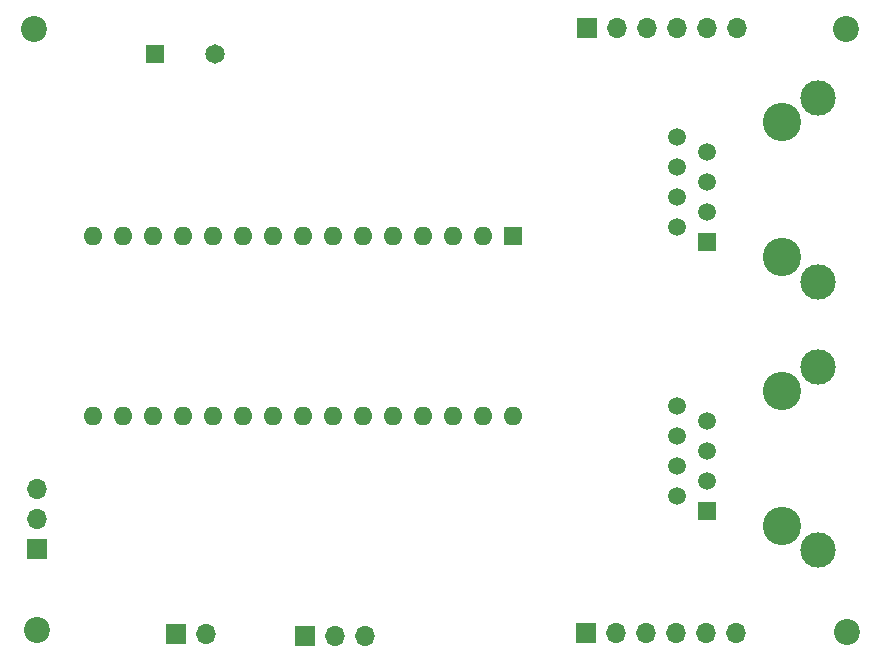
<source format=gbr>
%TF.GenerationSoftware,KiCad,Pcbnew,6.0.7-f9a2dced07~116~ubuntu22.04.1*%
%TF.CreationDate,2022-09-19T14:52:12-04:00*%
%TF.ProjectId,Main_Controller_PCB V0.1,4d61696e-5f43-46f6-9e74-726f6c6c6572,rev?*%
%TF.SameCoordinates,Original*%
%TF.FileFunction,Soldermask,Bot*%
%TF.FilePolarity,Negative*%
%FSLAX46Y46*%
G04 Gerber Fmt 4.6, Leading zero omitted, Abs format (unit mm)*
G04 Created by KiCad (PCBNEW 6.0.7-f9a2dced07~116~ubuntu22.04.1) date 2022-09-19 14:52:12*
%MOMM*%
%LPD*%
G01*
G04 APERTURE LIST*
%ADD10R,1.700000X1.700000*%
%ADD11O,1.700000X1.700000*%
%ADD12C,2.200000*%
%ADD13C,3.250000*%
%ADD14R,1.500000X1.500000*%
%ADD15C,1.500000*%
%ADD16C,3.000000*%
%ADD17R,1.600000X1.600000*%
%ADD18O,1.600000X1.600000*%
%ADD19R,1.650000X1.650000*%
%ADD20C,1.650000*%
G04 APERTURE END LIST*
D10*
%TO.C,J2*%
X171850000Y-123800000D03*
D11*
X174390000Y-123800000D03*
X176930000Y-123800000D03*
X179470000Y-123800000D03*
X182010000Y-123800000D03*
X184550000Y-123800000D03*
%TD*%
D12*
%TO.C,H3*%
X193900000Y-123700000D03*
%TD*%
D10*
%TO.C,J1*%
X171950000Y-72550000D03*
D11*
X174490000Y-72550000D03*
X177030000Y-72550000D03*
X179570000Y-72550000D03*
X182110000Y-72550000D03*
X184650000Y-72550000D03*
%TD*%
D12*
%TO.C,H4*%
X125100000Y-72600000D03*
%TD*%
D13*
%TO.C,J7*%
X188395000Y-103285000D03*
X188395000Y-114715000D03*
D14*
X182045000Y-113445000D03*
D15*
X179505000Y-112175000D03*
X182045000Y-110905000D03*
X179505000Y-109635000D03*
X182045000Y-108365000D03*
X179505000Y-107095000D03*
X182045000Y-105825000D03*
X179505000Y-104555000D03*
D16*
X191445000Y-101230000D03*
X191445000Y-116770000D03*
%TD*%
D10*
%TO.C,J5*%
X137110000Y-123900000D03*
D11*
X139650000Y-123900000D03*
%TD*%
D13*
%TO.C,J8*%
X188395000Y-80535000D03*
X188395000Y-91965000D03*
D14*
X182045000Y-90695000D03*
D15*
X179505000Y-89425000D03*
X182045000Y-88155000D03*
X179505000Y-86885000D03*
X182045000Y-85615000D03*
X179505000Y-84345000D03*
X182045000Y-83075000D03*
X179505000Y-81805000D03*
D16*
X191445000Y-78480000D03*
X191445000Y-94020000D03*
%TD*%
D10*
%TO.C,J4*%
X148025000Y-124050000D03*
D11*
X150565000Y-124050000D03*
X153105000Y-124050000D03*
%TD*%
D17*
%TO.C,A1*%
X165650000Y-90140000D03*
D18*
X163110000Y-90140000D03*
X160570000Y-90140000D03*
X158030000Y-90140000D03*
X155490000Y-90140000D03*
X152950000Y-90140000D03*
X150410000Y-90140000D03*
X147870000Y-90140000D03*
X145330000Y-90140000D03*
X142790000Y-90140000D03*
X140250000Y-90140000D03*
X137710000Y-90140000D03*
X135170000Y-90140000D03*
X132630000Y-90140000D03*
X130090000Y-90140000D03*
X130090000Y-105380000D03*
X132630000Y-105380000D03*
X135170000Y-105380000D03*
X137710000Y-105380000D03*
X140250000Y-105380000D03*
X142790000Y-105380000D03*
X145330000Y-105380000D03*
X147870000Y-105380000D03*
X150410000Y-105380000D03*
X152950000Y-105380000D03*
X155490000Y-105380000D03*
X158030000Y-105380000D03*
X160570000Y-105380000D03*
X163110000Y-105380000D03*
X165650000Y-105380000D03*
%TD*%
D10*
%TO.C,J3*%
X125350000Y-116675000D03*
D11*
X125350000Y-114135000D03*
X125350000Y-111595000D03*
%TD*%
D19*
%TO.C,J6*%
X135310000Y-74750000D03*
D20*
X140390000Y-74750000D03*
%TD*%
D12*
%TO.C,H1*%
X193850000Y-72600000D03*
%TD*%
%TO.C,H2*%
X125350000Y-123550000D03*
%TD*%
M02*

</source>
